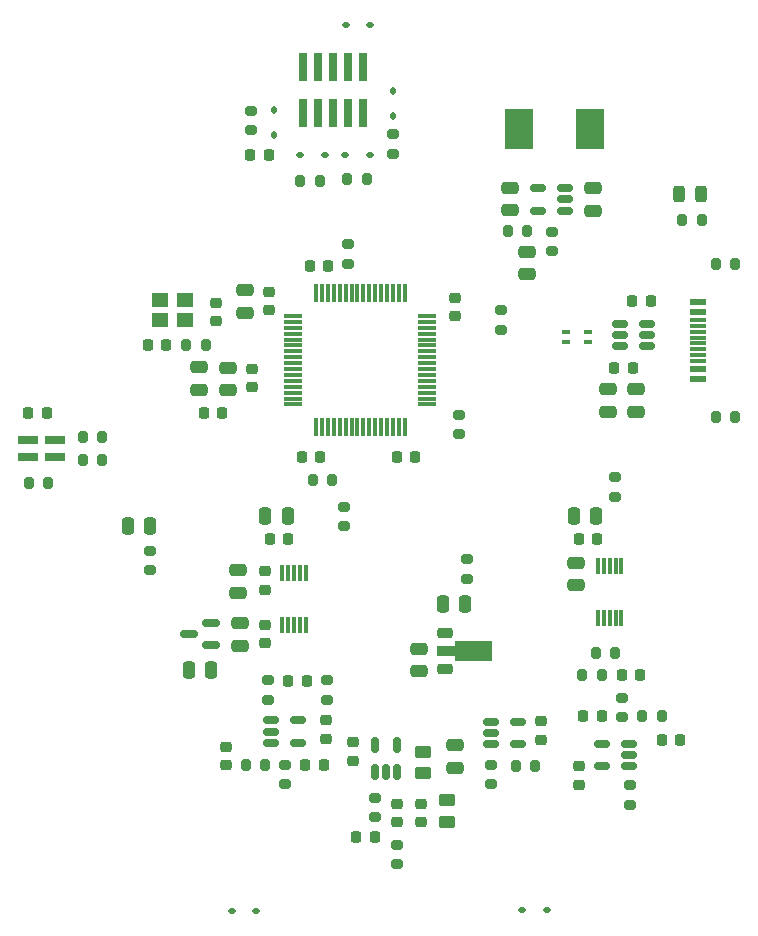
<source format=gbr>
%TF.GenerationSoftware,KiCad,Pcbnew,9.0.0*%
%TF.CreationDate,2025-12-13T14:21:09+02:00*%
%TF.ProjectId,mixed_signal_hw_pcb,6d697865-645f-4736-9967-6e616c5f6877,rev?*%
%TF.SameCoordinates,Original*%
%TF.FileFunction,Paste,Top*%
%TF.FilePolarity,Positive*%
%FSLAX46Y46*%
G04 Gerber Fmt 4.6, Leading zero omitted, Abs format (unit mm)*
G04 Created by KiCad (PCBNEW 9.0.0) date 2025-12-13 14:21:09*
%MOMM*%
%LPD*%
G01*
G04 APERTURE LIST*
G04 Aperture macros list*
%AMRoundRect*
0 Rectangle with rounded corners*
0 $1 Rounding radius*
0 $2 $3 $4 $5 $6 $7 $8 $9 X,Y pos of 4 corners*
0 Add a 4 corners polygon primitive as box body*
4,1,4,$2,$3,$4,$5,$6,$7,$8,$9,$2,$3,0*
0 Add four circle primitives for the rounded corners*
1,1,$1+$1,$2,$3*
1,1,$1+$1,$4,$5*
1,1,$1+$1,$6,$7*
1,1,$1+$1,$8,$9*
0 Add four rect primitives between the rounded corners*
20,1,$1+$1,$2,$3,$4,$5,0*
20,1,$1+$1,$4,$5,$6,$7,0*
20,1,$1+$1,$6,$7,$8,$9,0*
20,1,$1+$1,$8,$9,$2,$3,0*%
%AMFreePoly0*
4,1,9,3.862500,-0.866500,0.737500,-0.866500,0.737500,-0.450000,-0.737500,-0.450000,-0.737500,0.450000,0.737500,0.450000,0.737500,0.866500,3.862500,0.866500,3.862500,-0.866500,3.862500,-0.866500,$1*%
G04 Aperture macros list end*
%ADD10R,0.300000X1.450000*%
%ADD11RoundRect,0.200000X-0.275000X0.200000X-0.275000X-0.200000X0.275000X-0.200000X0.275000X0.200000X0*%
%ADD12RoundRect,0.225000X0.250000X-0.225000X0.250000X0.225000X-0.250000X0.225000X-0.250000X-0.225000X0*%
%ADD13RoundRect,0.250000X-0.475000X0.250000X-0.475000X-0.250000X0.475000X-0.250000X0.475000X0.250000X0*%
%ADD14RoundRect,0.218750X0.218750X0.256250X-0.218750X0.256250X-0.218750X-0.256250X0.218750X-0.256250X0*%
%ADD15RoundRect,0.250000X0.250000X0.475000X-0.250000X0.475000X-0.250000X-0.475000X0.250000X-0.475000X0*%
%ADD16RoundRect,0.225000X0.225000X0.250000X-0.225000X0.250000X-0.225000X-0.250000X0.225000X-0.250000X0*%
%ADD17RoundRect,0.225000X-0.425000X-0.225000X0.425000X-0.225000X0.425000X0.225000X-0.425000X0.225000X0*%
%ADD18FreePoly0,0.000000*%
%ADD19RoundRect,0.200000X-0.200000X-0.275000X0.200000X-0.275000X0.200000X0.275000X-0.200000X0.275000X0*%
%ADD20RoundRect,0.200000X0.275000X-0.200000X0.275000X0.200000X-0.275000X0.200000X-0.275000X-0.200000X0*%
%ADD21RoundRect,0.250000X0.475000X-0.250000X0.475000X0.250000X-0.475000X0.250000X-0.475000X-0.250000X0*%
%ADD22R,1.752600X0.762000*%
%ADD23RoundRect,0.200000X0.200000X0.275000X-0.200000X0.275000X-0.200000X-0.275000X0.200000X-0.275000X0*%
%ADD24RoundRect,0.112500X0.187500X0.112500X-0.187500X0.112500X-0.187500X-0.112500X0.187500X-0.112500X0*%
%ADD25RoundRect,0.112500X-0.112500X0.187500X-0.112500X-0.187500X0.112500X-0.187500X0.112500X0.187500X0*%
%ADD26RoundRect,0.243750X0.243750X0.456250X-0.243750X0.456250X-0.243750X-0.456250X0.243750X-0.456250X0*%
%ADD27RoundRect,0.250000X-0.450000X0.262500X-0.450000X-0.262500X0.450000X-0.262500X0.450000X0.262500X0*%
%ADD28RoundRect,0.150000X-0.512500X-0.150000X0.512500X-0.150000X0.512500X0.150000X-0.512500X0.150000X0*%
%ADD29RoundRect,0.225000X-0.250000X0.225000X-0.250000X-0.225000X0.250000X-0.225000X0.250000X0.225000X0*%
%ADD30RoundRect,0.225000X-0.225000X-0.250000X0.225000X-0.250000X0.225000X0.250000X-0.225000X0.250000X0*%
%ADD31R,0.750000X0.400000*%
%ADD32RoundRect,0.112500X-0.187500X-0.112500X0.187500X-0.112500X0.187500X0.112500X-0.187500X0.112500X0*%
%ADD33RoundRect,0.150000X0.512500X0.150000X-0.512500X0.150000X-0.512500X-0.150000X0.512500X-0.150000X0*%
%ADD34R,0.740000X2.400000*%
%ADD35RoundRect,0.150000X0.150000X-0.512500X0.150000X0.512500X-0.150000X0.512500X-0.150000X-0.512500X0*%
%ADD36RoundRect,0.075000X-0.700000X-0.075000X0.700000X-0.075000X0.700000X0.075000X-0.700000X0.075000X0*%
%ADD37RoundRect,0.075000X-0.075000X-0.700000X0.075000X-0.700000X0.075000X0.700000X-0.075000X0.700000X0*%
%ADD38R,1.400000X1.200000*%
%ADD39R,1.450000X0.600000*%
%ADD40R,1.450000X0.300000*%
%ADD41RoundRect,0.112500X0.112500X-0.187500X0.112500X0.187500X-0.112500X0.187500X-0.112500X-0.187500X0*%
%ADD42R,2.350000X3.500000*%
%ADD43RoundRect,0.150000X0.587500X0.150000X-0.587500X0.150000X-0.587500X-0.150000X0.587500X-0.150000X0*%
%ADD44RoundRect,0.250000X0.450000X-0.262500X0.450000X0.262500X-0.450000X0.262500X-0.450000X-0.262500X0*%
G04 APERTURE END LIST*
D10*
%TO.C,U303*%
X86000000Y-79250000D03*
X86500000Y-79250000D03*
X87000000Y-79250000D03*
X87500000Y-79250000D03*
X88000000Y-79250000D03*
X88000000Y-74850000D03*
X87500000Y-74850000D03*
X87000000Y-74850000D03*
X86500000Y-74850000D03*
X86000000Y-74850000D03*
%TD*%
%TO.C,U400*%
X112712500Y-78675000D03*
X113212500Y-78675000D03*
X113712500Y-78675000D03*
X114212500Y-78675000D03*
X114712500Y-78675000D03*
X114712500Y-74275000D03*
X114212500Y-74275000D03*
X113712500Y-74275000D03*
X113212500Y-74275000D03*
X112712500Y-74275000D03*
%TD*%
D11*
%TO.C,R105*%
X103660000Y-91105000D03*
X103660000Y-92755000D03*
%TD*%
D12*
%TO.C,C201*%
X84870000Y-52625000D03*
X84870000Y-51075000D03*
%TD*%
D13*
%TO.C,C101*%
X113530000Y-59320000D03*
X113530000Y-61220000D03*
%TD*%
D14*
%TO.C,L100*%
X115687500Y-57480000D03*
X114112500Y-57480000D03*
%TD*%
D15*
%TO.C,C102*%
X101460000Y-77500000D03*
X99560000Y-77500000D03*
%TD*%
D16*
%TO.C,C303*%
X93812500Y-97240000D03*
X92262500Y-97240000D03*
%TD*%
D17*
%TO.C,U100*%
X99800000Y-80000000D03*
D18*
X99887500Y-81500000D03*
D17*
X99800000Y-83000000D03*
%TD*%
D13*
%TO.C,C104*%
X105300000Y-42250000D03*
X105300000Y-44150000D03*
%TD*%
D19*
%TO.C,R402*%
X111377500Y-83510000D03*
X113027500Y-83510000D03*
%TD*%
D15*
%TO.C,C315*%
X86440000Y-70020000D03*
X84540000Y-70020000D03*
%TD*%
D11*
%TO.C,R308*%
X74760000Y-72990000D03*
X74760000Y-74640000D03*
%TD*%
D20*
%TO.C,R300*%
X95722500Y-99525000D03*
X95722500Y-97875000D03*
%TD*%
D16*
%TO.C,C405*%
X113032500Y-86995000D03*
X111482500Y-86995000D03*
%TD*%
D11*
%TO.C,R200*%
X91580000Y-47035000D03*
X91580000Y-48685000D03*
%TD*%
D21*
%TO.C,C106*%
X106690000Y-49570000D03*
X106690000Y-47670000D03*
%TD*%
D22*
%TO.C,D200*%
X64499400Y-63620000D03*
X66760000Y-63620000D03*
X66760000Y-65070000D03*
X64499400Y-65070000D03*
%TD*%
D16*
%TO.C,C314*%
X86465000Y-72020000D03*
X84915000Y-72020000D03*
%TD*%
D23*
%TO.C,R103*%
X121510000Y-44990000D03*
X119860000Y-44990000D03*
%TD*%
D13*
%TO.C,C105*%
X112300000Y-42300000D03*
X112300000Y-44200000D03*
%TD*%
D24*
%TO.C,D300*%
X83800000Y-103500000D03*
X81700000Y-103500000D03*
%TD*%
D25*
%TO.C,D202*%
X95380000Y-34060000D03*
X95380000Y-36160000D03*
%TD*%
D11*
%TO.C,R303*%
X93812500Y-93915000D03*
X93812500Y-95565000D03*
%TD*%
D26*
%TO.C,D100*%
X121437500Y-42780000D03*
X119562500Y-42780000D03*
%TD*%
D13*
%TO.C,C402*%
X110887500Y-74025000D03*
X110887500Y-75925000D03*
%TD*%
D27*
%TO.C,R301*%
X99972500Y-94125000D03*
X99972500Y-95950000D03*
%TD*%
D28*
%TO.C,U301*%
X85015000Y-87350000D03*
X85015000Y-88300000D03*
X85015000Y-89250000D03*
X87290000Y-89250000D03*
X87290000Y-87350000D03*
%TD*%
D29*
%TO.C,C311*%
X84500000Y-74750000D03*
X84500000Y-76300000D03*
%TD*%
D12*
%TO.C,C305*%
X81190000Y-91145000D03*
X81190000Y-89595000D03*
%TD*%
D23*
%TO.C,R206*%
X70745000Y-65340000D03*
X69095000Y-65340000D03*
%TD*%
D20*
%TO.C,R101*%
X108790000Y-47645000D03*
X108790000Y-45995000D03*
%TD*%
D16*
%TO.C,C213*%
X117175000Y-51840000D03*
X115625000Y-51840000D03*
%TD*%
D23*
%TO.C,R305*%
X84547500Y-91175000D03*
X82897500Y-91175000D03*
%TD*%
D30*
%TO.C,C307*%
X86507500Y-84020000D03*
X88057500Y-84020000D03*
%TD*%
D29*
%TO.C,C313*%
X84500000Y-79275000D03*
X84500000Y-80825000D03*
%TD*%
D16*
%TO.C,C203*%
X97215000Y-65020000D03*
X95665000Y-65020000D03*
%TD*%
D15*
%TO.C,C309*%
X80000000Y-83050000D03*
X78100000Y-83050000D03*
%TD*%
D31*
%TO.C,FL200*%
X111895000Y-55280000D03*
X111895000Y-54480000D03*
X110045000Y-54480000D03*
X110045000Y-55280000D03*
%TD*%
D21*
%TO.C,C103*%
X97550000Y-83200000D03*
X97550000Y-81300000D03*
%TD*%
D30*
%TO.C,C403*%
X114765000Y-83510000D03*
X116315000Y-83510000D03*
%TD*%
D19*
%TO.C,R213*%
X122695000Y-48720000D03*
X124345000Y-48720000D03*
%TD*%
D30*
%TO.C,C205*%
X88325000Y-48880000D03*
X89875000Y-48880000D03*
%TD*%
D19*
%TO.C,R212*%
X122685000Y-61700000D03*
X124335000Y-61700000D03*
%TD*%
D32*
%TO.C,D201*%
X91362500Y-28460000D03*
X93462500Y-28460000D03*
%TD*%
D33*
%TO.C,U101*%
X109937500Y-44200000D03*
X109937500Y-43250000D03*
X109937500Y-42300000D03*
X107662500Y-42300000D03*
X107662500Y-44200000D03*
%TD*%
D23*
%TO.C,R207*%
X66160000Y-67230000D03*
X64510000Y-67230000D03*
%TD*%
D28*
%TO.C,U305*%
X103665000Y-87460000D03*
X103665000Y-88410000D03*
X103665000Y-89360000D03*
X105940000Y-89360000D03*
X105940000Y-87460000D03*
%TD*%
D15*
%TO.C,C308*%
X74830000Y-70870000D03*
X72930000Y-70870000D03*
%TD*%
D21*
%TO.C,C207*%
X81430000Y-59395000D03*
X81430000Y-57495000D03*
%TD*%
D12*
%TO.C,C406*%
X111150000Y-92810000D03*
X111150000Y-91260000D03*
%TD*%
D24*
%TO.C,D203*%
X93380000Y-39460000D03*
X91280000Y-39460000D03*
%TD*%
D11*
%TO.C,R204*%
X100930000Y-61490000D03*
X100930000Y-63140000D03*
%TD*%
D23*
%TO.C,R201*%
X90215000Y-67020000D03*
X88565000Y-67020000D03*
%TD*%
D13*
%TO.C,C107*%
X100650000Y-89460000D03*
X100650000Y-91360000D03*
%TD*%
D12*
%TO.C,C302*%
X91992500Y-90765000D03*
X91992500Y-89215000D03*
%TD*%
D21*
%TO.C,C208*%
X78930000Y-59345000D03*
X78930000Y-57445000D03*
%TD*%
D20*
%TO.C,R203*%
X104490000Y-54270000D03*
X104490000Y-52620000D03*
%TD*%
%TO.C,R304*%
X86222500Y-92750000D03*
X86222500Y-91100000D03*
%TD*%
D16*
%TO.C,C202*%
X89215000Y-65070000D03*
X87665000Y-65070000D03*
%TD*%
D34*
%TO.C,J201*%
X92830000Y-32060000D03*
X92830000Y-35960000D03*
X91560000Y-32060000D03*
X91560000Y-35960000D03*
X90290000Y-32060000D03*
X90290000Y-35960000D03*
X89020000Y-32060000D03*
X89020000Y-35960000D03*
X87750000Y-32060000D03*
X87750000Y-35960000D03*
%TD*%
D35*
%TO.C,U300*%
X93847500Y-91700000D03*
X94797500Y-91700000D03*
X95747500Y-91700000D03*
X95747500Y-89425000D03*
X93847500Y-89425000D03*
%TD*%
D19*
%TO.C,R209*%
X91505000Y-41560000D03*
X93155000Y-41560000D03*
%TD*%
D14*
%TO.C,L200*%
X80915000Y-61360000D03*
X79340000Y-61360000D03*
%TD*%
D33*
%TO.C,U201*%
X116867500Y-55690000D03*
X116867500Y-54740000D03*
X116867500Y-53790000D03*
X114592500Y-53790000D03*
X114592500Y-54740000D03*
X114592500Y-55690000D03*
%TD*%
D36*
%TO.C,U200*%
X86935000Y-53110000D03*
X86935000Y-53610000D03*
X86935000Y-54110000D03*
X86935000Y-54610000D03*
X86935000Y-55110000D03*
X86935000Y-55610000D03*
X86935000Y-56110000D03*
X86935000Y-56610000D03*
X86935000Y-57110000D03*
X86935000Y-57610000D03*
X86935000Y-58110000D03*
X86935000Y-58610000D03*
X86935000Y-59110000D03*
X86935000Y-59610000D03*
X86935000Y-60110000D03*
X86935000Y-60610000D03*
D37*
X88860000Y-62535000D03*
X89360000Y-62535000D03*
X89860000Y-62535000D03*
X90360000Y-62535000D03*
X90860000Y-62535000D03*
X91360000Y-62535000D03*
X91860000Y-62535000D03*
X92360000Y-62535000D03*
X92860000Y-62535000D03*
X93360000Y-62535000D03*
X93860000Y-62535000D03*
X94360000Y-62535000D03*
X94860000Y-62535000D03*
X95360000Y-62535000D03*
X95860000Y-62535000D03*
X96360000Y-62535000D03*
D36*
X98285000Y-60610000D03*
X98285000Y-60110000D03*
X98285000Y-59610000D03*
X98285000Y-59110000D03*
X98285000Y-58610000D03*
X98285000Y-58110000D03*
X98285000Y-57610000D03*
X98285000Y-57110000D03*
X98285000Y-56610000D03*
X98285000Y-56110000D03*
X98285000Y-55610000D03*
X98285000Y-55110000D03*
X98285000Y-54610000D03*
X98285000Y-54110000D03*
X98285000Y-53610000D03*
X98285000Y-53110000D03*
D37*
X96360000Y-51185000D03*
X95860000Y-51185000D03*
X95360000Y-51185000D03*
X94860000Y-51185000D03*
X94360000Y-51185000D03*
X93860000Y-51185000D03*
X93360000Y-51185000D03*
X92860000Y-51185000D03*
X92360000Y-51185000D03*
X91860000Y-51185000D03*
X91360000Y-51185000D03*
X90860000Y-51185000D03*
X90360000Y-51185000D03*
X89860000Y-51185000D03*
X89360000Y-51185000D03*
X88860000Y-51185000D03*
%TD*%
D13*
%TO.C,C312*%
X82380000Y-79150000D03*
X82380000Y-81050000D03*
%TD*%
D12*
%TO.C,C206*%
X83430000Y-59170000D03*
X83430000Y-57620000D03*
%TD*%
D38*
%TO.C,Y200*%
X77800000Y-51790000D03*
X75600000Y-51790000D03*
X75600000Y-53490000D03*
X77800000Y-53490000D03*
%TD*%
D33*
%TO.C,U401*%
X115340000Y-91240000D03*
X115340000Y-90290000D03*
X115340000Y-89340000D03*
X113065000Y-89340000D03*
X113065000Y-91240000D03*
%TD*%
D39*
%TO.C,J200*%
X121195000Y-58440000D03*
X121195000Y-57640000D03*
D40*
X121195000Y-56440000D03*
X121195000Y-55440000D03*
X121195000Y-54940000D03*
X121195000Y-53940000D03*
D39*
X121195000Y-52740000D03*
X121195000Y-51940000D03*
X121195000Y-51940000D03*
X121195000Y-52740000D03*
D40*
X121195000Y-53440000D03*
X121195000Y-54440000D03*
X121195000Y-55940000D03*
X121195000Y-56940000D03*
D39*
X121195000Y-57640000D03*
X121195000Y-58440000D03*
%TD*%
D41*
%TO.C,D205*%
X85330000Y-37760000D03*
X85330000Y-35660000D03*
%TD*%
D23*
%TO.C,R102*%
X106715000Y-45920000D03*
X105065000Y-45920000D03*
%TD*%
D30*
%TO.C,C304*%
X87947500Y-91175000D03*
X89497500Y-91175000D03*
%TD*%
D12*
%TO.C,C108*%
X107920000Y-88995000D03*
X107920000Y-87445000D03*
%TD*%
D11*
%TO.C,R211*%
X83330000Y-35760000D03*
X83330000Y-37410000D03*
%TD*%
%TO.C,R100*%
X101610000Y-73715000D03*
X101610000Y-75365000D03*
%TD*%
D23*
%TO.C,R104*%
X107405000Y-91250000D03*
X105755000Y-91250000D03*
%TD*%
D32*
%TO.C,D204*%
X87530000Y-39460000D03*
X89630000Y-39460000D03*
%TD*%
D11*
%TO.C,R208*%
X95360000Y-37725000D03*
X95360000Y-39375000D03*
%TD*%
D13*
%TO.C,C310*%
X82250000Y-74650000D03*
X82250000Y-76550000D03*
%TD*%
D23*
%TO.C,R401*%
X114200000Y-81650000D03*
X112550000Y-81650000D03*
%TD*%
D11*
%TO.C,R405*%
X115472500Y-92850000D03*
X115472500Y-94500000D03*
%TD*%
D12*
%TO.C,C209*%
X80360000Y-53585000D03*
X80360000Y-52035000D03*
%TD*%
D19*
%TO.C,R404*%
X116457500Y-86995000D03*
X118107500Y-86995000D03*
%TD*%
D42*
%TO.C,L101*%
X106025000Y-37250000D03*
X112075000Y-37250000D03*
%TD*%
D12*
%TO.C,C301*%
X95722500Y-95975000D03*
X95722500Y-94425000D03*
%TD*%
D21*
%TO.C,C200*%
X82820000Y-52825000D03*
X82820000Y-50925000D03*
%TD*%
D15*
%TO.C,C400*%
X112587500Y-70025000D03*
X110687500Y-70025000D03*
%TD*%
D23*
%TO.C,R205*%
X70745000Y-63330000D03*
X69095000Y-63330000D03*
%TD*%
D43*
%TO.C,U302*%
X79937500Y-81000000D03*
X79937500Y-79100000D03*
X78062500Y-80050000D03*
%TD*%
D11*
%TO.C,R400*%
X114190000Y-66765000D03*
X114190000Y-68415000D03*
%TD*%
D16*
%TO.C,C210*%
X76135000Y-55535000D03*
X74585000Y-55535000D03*
%TD*%
D12*
%TO.C,C300*%
X97722500Y-95975000D03*
X97722500Y-94425000D03*
%TD*%
D30*
%TO.C,C404*%
X118130000Y-89060000D03*
X119680000Y-89060000D03*
%TD*%
D11*
%TO.C,R403*%
X114782500Y-85420000D03*
X114782500Y-87070000D03*
%TD*%
D30*
%TO.C,C212*%
X83285000Y-39450000D03*
X84835000Y-39450000D03*
%TD*%
%TO.C,C211*%
X64505000Y-61370000D03*
X66055000Y-61370000D03*
%TD*%
D20*
%TO.C,R306*%
X84792500Y-85595000D03*
X84792500Y-83945000D03*
%TD*%
D13*
%TO.C,C100*%
X115980000Y-59340000D03*
X115980000Y-61240000D03*
%TD*%
D20*
%TO.C,R307*%
X89792500Y-85595000D03*
X89792500Y-83945000D03*
%TD*%
D12*
%TO.C,C306*%
X89670000Y-88895000D03*
X89670000Y-87345000D03*
%TD*%
D20*
%TO.C,R309*%
X91240000Y-70920000D03*
X91240000Y-69270000D03*
%TD*%
D29*
%TO.C,C204*%
X100600000Y-51605000D03*
X100600000Y-53155000D03*
%TD*%
D19*
%TO.C,R210*%
X87525000Y-41680000D03*
X89175000Y-41680000D03*
%TD*%
D24*
%TO.C,D400*%
X108377500Y-103400000D03*
X106277500Y-103400000D03*
%TD*%
D19*
%TO.C,R202*%
X77860000Y-55535000D03*
X79510000Y-55535000D03*
%TD*%
D44*
%TO.C,R302*%
X97910000Y-91845000D03*
X97910000Y-90020000D03*
%TD*%
D16*
%TO.C,C401*%
X112662500Y-72025000D03*
X111112500Y-72025000D03*
%TD*%
M02*

</source>
